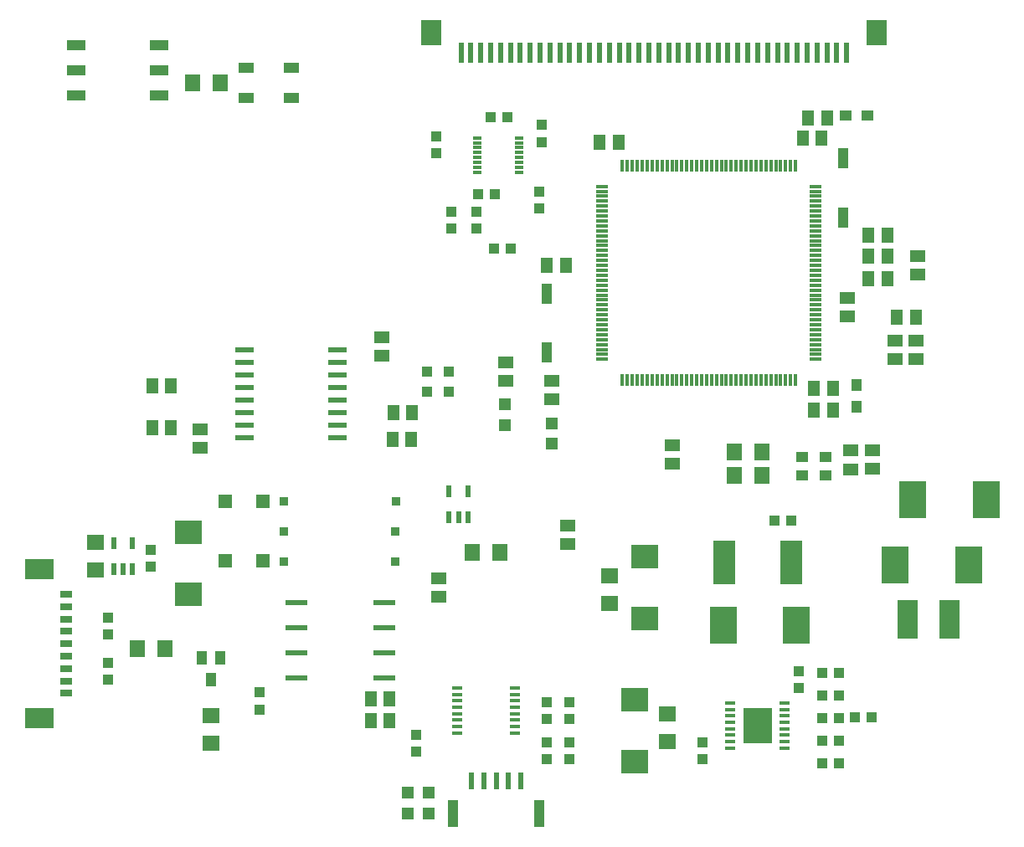
<source format=gtp>
G75*
%MOIN*%
%OFA0B0*%
%FSLAX25Y25*%
%IPPOS*%
%LPD*%
%AMOC8*
5,1,8,0,0,1.08239X$1,22.5*
%
%ADD10R,0.05906X0.05118*%
%ADD11R,0.11024X0.09449*%
%ADD12R,0.03937X0.04331*%
%ADD13R,0.06299X0.07087*%
%ADD14R,0.07087X0.06299*%
%ADD15R,0.04331X0.03937*%
%ADD16R,0.05512X0.05512*%
%ADD17R,0.11024X0.14961*%
%ADD18R,0.07874X0.15354*%
%ADD19R,0.08661X0.02362*%
%ADD20R,0.04134X0.01772*%
%ADD21R,0.11575X0.14094*%
%ADD22R,0.03900X0.01200*%
%ADD23R,0.08858X0.17717*%
%ADD24R,0.05906X0.03937*%
%ADD25R,0.07500X0.04000*%
%ADD26R,0.02165X0.04724*%
%ADD27R,0.03543X0.03543*%
%ADD28R,0.03937X0.05512*%
%ADD29R,0.03500X0.01201*%
%ADD30R,0.05118X0.03150*%
%ADD31R,0.11811X0.08268*%
%ADD32R,0.02362X0.06693*%
%ADD33R,0.03937X0.10630*%
%ADD34R,0.05118X0.04134*%
%ADD35R,0.01181X0.04724*%
%ADD36R,0.04724X0.01181*%
%ADD37R,0.04724X0.04724*%
%ADD38R,0.05118X0.05906*%
%ADD39R,0.04724X0.03937*%
%ADD40R,0.03937X0.04724*%
%ADD41R,0.03937X0.07874*%
%ADD42R,0.03937X0.03937*%
%ADD43R,0.07800X0.02200*%
%ADD44R,0.02362X0.07874*%
%ADD45R,0.07874X0.09843*%
D10*
X0073800Y0157510D03*
X0073800Y0164990D03*
X0146300Y0194260D03*
X0146300Y0201740D03*
X0195550Y0191740D03*
X0195550Y0184260D03*
X0213800Y0184240D03*
X0213800Y0176760D03*
X0261800Y0158740D03*
X0261800Y0151260D03*
X0220300Y0126740D03*
X0220300Y0119260D03*
X0168800Y0105740D03*
X0168800Y0098260D03*
X0332800Y0149010D03*
X0332800Y0156490D03*
X0341550Y0156740D03*
X0341550Y0149260D03*
X0350550Y0192760D03*
X0350550Y0200240D03*
X0359050Y0200240D03*
X0359050Y0192760D03*
X0331550Y0209760D03*
X0331550Y0217240D03*
X0359550Y0226510D03*
X0359550Y0233990D03*
D11*
X0250800Y0114402D03*
X0250800Y0089598D03*
X0246800Y0057402D03*
X0246800Y0032598D03*
X0069300Y0099098D03*
X0069300Y0123902D03*
D12*
X0054300Y0116846D03*
X0054300Y0110154D03*
X0097550Y0060096D03*
X0097550Y0053404D03*
X0159800Y0043346D03*
X0159800Y0036654D03*
X0211800Y0033654D03*
X0211800Y0040346D03*
X0220800Y0040346D03*
X0220800Y0033654D03*
X0220800Y0049654D03*
X0220800Y0056346D03*
X0211800Y0056346D03*
X0211800Y0049654D03*
X0273800Y0040346D03*
X0273800Y0033654D03*
X0312300Y0061904D03*
X0312300Y0068596D03*
X0321454Y0068000D03*
X0328146Y0068000D03*
X0328146Y0059000D03*
X0321454Y0059000D03*
X0334454Y0050250D03*
X0341146Y0050250D03*
X0197646Y0236750D03*
X0190954Y0236750D03*
X0208800Y0252904D03*
X0208800Y0259596D03*
X0191146Y0258500D03*
X0184454Y0258500D03*
X0189454Y0289250D03*
X0196146Y0289250D03*
X0209800Y0286096D03*
X0209800Y0279404D03*
D13*
X0286538Y0155750D03*
X0297562Y0155750D03*
X0297562Y0146500D03*
X0286538Y0146500D03*
X0193312Y0116000D03*
X0182288Y0116000D03*
X0059812Y0077500D03*
X0048788Y0077500D03*
X0070788Y0303000D03*
X0081812Y0303000D03*
D14*
X0032300Y0120012D03*
X0032300Y0108988D03*
X0078300Y0051012D03*
X0078300Y0039988D03*
X0236800Y0095488D03*
X0236800Y0106512D03*
X0259800Y0051512D03*
X0259800Y0040488D03*
D15*
X0321454Y0041000D03*
X0328146Y0041000D03*
X0328146Y0032000D03*
X0321454Y0032000D03*
X0321454Y0050000D03*
X0328146Y0050000D03*
X0309146Y0128500D03*
X0302454Y0128500D03*
X0183800Y0244904D03*
X0183800Y0251596D03*
X0173800Y0251596D03*
X0173800Y0244904D03*
X0167800Y0274904D03*
X0167800Y0281596D03*
X0037300Y0089846D03*
X0037300Y0083154D03*
X0037300Y0071846D03*
X0037300Y0065154D03*
D16*
X0083820Y0112500D03*
X0098780Y0112500D03*
X0099030Y0136250D03*
X0084070Y0136250D03*
D17*
X0282233Y0087000D03*
X0311367Y0087000D03*
X0350733Y0111000D03*
X0357733Y0136750D03*
X0386867Y0136750D03*
X0379867Y0111000D03*
D18*
X0372282Y0089132D03*
X0355550Y0089132D03*
D19*
X0147300Y0086000D03*
X0147300Y0076000D03*
X0147300Y0066000D03*
X0147300Y0096000D03*
X0112300Y0096000D03*
X0112300Y0086000D03*
X0112300Y0076000D03*
X0112300Y0066000D03*
D20*
X0284903Y0055957D03*
X0284903Y0053398D03*
X0284903Y0050839D03*
X0284903Y0048280D03*
X0284903Y0045720D03*
X0284903Y0043161D03*
X0284903Y0040602D03*
X0284903Y0038043D03*
X0306697Y0038043D03*
X0306697Y0040602D03*
X0306697Y0043161D03*
X0306697Y0045720D03*
X0306697Y0048280D03*
X0306697Y0050839D03*
X0306697Y0053398D03*
X0306697Y0055957D03*
D21*
X0295800Y0047000D03*
D22*
X0199287Y0046602D03*
X0199287Y0044043D03*
X0199287Y0049161D03*
X0199287Y0051720D03*
X0199287Y0054280D03*
X0199287Y0056839D03*
X0199287Y0059398D03*
X0199287Y0061957D03*
X0176313Y0061957D03*
X0176313Y0059398D03*
X0176313Y0056839D03*
X0176313Y0054280D03*
X0176313Y0051720D03*
X0176313Y0049161D03*
X0176313Y0046602D03*
X0176313Y0044043D03*
D23*
X0282481Y0112000D03*
X0309119Y0112000D03*
D24*
X0110300Y0296750D03*
X0110300Y0308750D03*
X0092300Y0308750D03*
X0092300Y0296750D03*
D25*
X0057550Y0298000D03*
X0057550Y0308000D03*
X0057550Y0318000D03*
X0024550Y0318000D03*
X0024550Y0308000D03*
X0024550Y0298000D03*
D26*
X0173060Y0140118D03*
X0180540Y0140118D03*
X0180540Y0129882D03*
X0176800Y0129882D03*
X0173060Y0129882D03*
X0047040Y0119618D03*
X0039560Y0119618D03*
X0039560Y0109382D03*
X0043300Y0109382D03*
X0047040Y0109382D03*
D27*
X0107267Y0112400D03*
X0107267Y0124250D03*
X0107306Y0136179D03*
X0151794Y0136179D03*
X0151755Y0124250D03*
X0151755Y0112321D03*
D28*
X0082040Y0073831D03*
X0074560Y0073831D03*
X0078300Y0065169D03*
D29*
X0184265Y0267250D03*
X0184265Y0269219D03*
X0184265Y0271187D03*
X0184265Y0273156D03*
X0184265Y0275124D03*
X0184265Y0277093D03*
X0184265Y0279061D03*
X0184265Y0281030D03*
X0200800Y0281030D03*
X0200800Y0279061D03*
X0200800Y0277093D03*
X0200800Y0275124D03*
X0200800Y0273156D03*
X0200800Y0271187D03*
X0200800Y0269219D03*
X0200800Y0267250D03*
D30*
X0020721Y0099185D03*
X0020721Y0094264D03*
X0020721Y0089343D03*
X0020721Y0084421D03*
X0020721Y0079500D03*
X0020721Y0074579D03*
X0020721Y0069657D03*
X0020721Y0064736D03*
X0020721Y0059815D03*
D31*
X0009894Y0049776D03*
X0009894Y0109224D03*
D32*
X0181957Y0024913D03*
X0186879Y0024913D03*
X0191800Y0024913D03*
X0196721Y0024913D03*
X0201643Y0024913D03*
D33*
X0208926Y0011921D03*
X0174674Y0011921D03*
D34*
X0313772Y0146608D03*
X0313772Y0153892D03*
X0322828Y0153892D03*
X0322828Y0146608D03*
D35*
X0310999Y0184730D03*
X0309030Y0184730D03*
X0307062Y0184730D03*
X0305093Y0184730D03*
X0303125Y0184730D03*
X0301156Y0184730D03*
X0299188Y0184730D03*
X0297219Y0184730D03*
X0295251Y0184730D03*
X0293282Y0184730D03*
X0291314Y0184730D03*
X0289345Y0184730D03*
X0287377Y0184730D03*
X0285408Y0184730D03*
X0283440Y0184730D03*
X0281471Y0184730D03*
X0279503Y0184730D03*
X0277534Y0184730D03*
X0275566Y0184730D03*
X0273597Y0184730D03*
X0271629Y0184730D03*
X0269660Y0184730D03*
X0267692Y0184730D03*
X0265723Y0184730D03*
X0263755Y0184730D03*
X0261786Y0184730D03*
X0259818Y0184730D03*
X0257849Y0184730D03*
X0255881Y0184730D03*
X0253912Y0184730D03*
X0251944Y0184730D03*
X0249975Y0184730D03*
X0248007Y0184730D03*
X0246038Y0184730D03*
X0244070Y0184730D03*
X0242101Y0184730D03*
X0242101Y0269770D03*
X0244070Y0269770D03*
X0246038Y0269770D03*
X0248007Y0269770D03*
X0249975Y0269770D03*
X0251944Y0269770D03*
X0253912Y0269770D03*
X0255881Y0269770D03*
X0257849Y0269770D03*
X0259818Y0269770D03*
X0261786Y0269770D03*
X0263755Y0269770D03*
X0265723Y0269770D03*
X0267692Y0269770D03*
X0269660Y0269770D03*
X0271629Y0269770D03*
X0273597Y0269770D03*
X0275566Y0269770D03*
X0277534Y0269770D03*
X0279503Y0269770D03*
X0281471Y0269770D03*
X0283440Y0269770D03*
X0285408Y0269770D03*
X0287377Y0269770D03*
X0289345Y0269770D03*
X0291314Y0269770D03*
X0293282Y0269770D03*
X0295251Y0269770D03*
X0297219Y0269770D03*
X0299188Y0269770D03*
X0301156Y0269770D03*
X0303125Y0269770D03*
X0305093Y0269770D03*
X0307062Y0269770D03*
X0309030Y0269770D03*
X0310999Y0269770D03*
D36*
X0319070Y0261699D03*
X0319070Y0259730D03*
X0319070Y0257762D03*
X0319070Y0255793D03*
X0319070Y0253825D03*
X0319070Y0251856D03*
X0319070Y0249888D03*
X0319070Y0247919D03*
X0319070Y0245951D03*
X0319070Y0243982D03*
X0319070Y0242014D03*
X0319070Y0240045D03*
X0319070Y0238077D03*
X0319070Y0236108D03*
X0319070Y0234140D03*
X0319070Y0232171D03*
X0319070Y0230203D03*
X0319070Y0228234D03*
X0319070Y0226266D03*
X0319070Y0224297D03*
X0319070Y0222329D03*
X0319070Y0220360D03*
X0319070Y0218392D03*
X0319070Y0216423D03*
X0319070Y0214455D03*
X0319070Y0212486D03*
X0319070Y0210518D03*
X0319070Y0208549D03*
X0319070Y0206581D03*
X0319070Y0204612D03*
X0319070Y0202644D03*
X0319070Y0200675D03*
X0319070Y0198707D03*
X0319070Y0196738D03*
X0319070Y0194770D03*
X0319070Y0192801D03*
X0234030Y0192801D03*
X0234030Y0194770D03*
X0234030Y0196738D03*
X0234030Y0198707D03*
X0234030Y0200675D03*
X0234030Y0202644D03*
X0234030Y0204612D03*
X0234030Y0206581D03*
X0234030Y0208549D03*
X0234030Y0210518D03*
X0234030Y0212486D03*
X0234030Y0214455D03*
X0234030Y0216423D03*
X0234030Y0218392D03*
X0234030Y0220360D03*
X0234030Y0222329D03*
X0234030Y0224297D03*
X0234030Y0226266D03*
X0234030Y0228234D03*
X0234030Y0230203D03*
X0234030Y0232171D03*
X0234030Y0234140D03*
X0234030Y0236108D03*
X0234030Y0238077D03*
X0234030Y0240045D03*
X0234030Y0242014D03*
X0234030Y0243982D03*
X0234030Y0245951D03*
X0234030Y0247919D03*
X0234030Y0249888D03*
X0234030Y0251856D03*
X0234030Y0253825D03*
X0234030Y0255793D03*
X0234030Y0257762D03*
X0234030Y0259730D03*
X0234030Y0261699D03*
D37*
X0195300Y0174884D03*
X0195300Y0166616D03*
X0213800Y0167384D03*
X0213800Y0159116D03*
X0164800Y0020134D03*
X0156550Y0020134D03*
X0156550Y0011866D03*
X0164800Y0011866D03*
D38*
X0149290Y0049000D03*
X0141810Y0049000D03*
X0141810Y0057500D03*
X0149290Y0057500D03*
X0150560Y0161000D03*
X0158040Y0161000D03*
X0158290Y0171500D03*
X0150810Y0171500D03*
X0212060Y0230250D03*
X0219540Y0230250D03*
X0233060Y0279250D03*
X0240540Y0279250D03*
X0313810Y0280750D03*
X0321290Y0280750D03*
X0323540Y0288750D03*
X0316060Y0288750D03*
X0340060Y0242250D03*
X0347540Y0242250D03*
X0347540Y0233750D03*
X0340060Y0233750D03*
X0340060Y0225000D03*
X0347540Y0225000D03*
X0351310Y0209500D03*
X0358790Y0209500D03*
X0325790Y0181250D03*
X0318310Y0181250D03*
X0318310Y0172500D03*
X0325790Y0172500D03*
X0062290Y0165500D03*
X0054810Y0165500D03*
X0054810Y0182250D03*
X0062290Y0182250D03*
D39*
X0330969Y0290000D03*
X0339631Y0290000D03*
D40*
X0335300Y0182581D03*
X0335300Y0173919D03*
D41*
X0329800Y0249189D03*
X0329800Y0272811D03*
X0211800Y0219061D03*
X0211800Y0195439D03*
D42*
X0173050Y0187937D03*
X0173050Y0180063D03*
X0164300Y0180063D03*
X0164300Y0187937D03*
D43*
X0128550Y0186500D03*
X0128550Y0181500D03*
X0128550Y0176500D03*
X0128550Y0171500D03*
X0128550Y0166500D03*
X0128550Y0161500D03*
X0128550Y0191500D03*
X0128550Y0196500D03*
X0091550Y0196500D03*
X0091550Y0191500D03*
X0091550Y0186500D03*
X0091550Y0181500D03*
X0091550Y0176500D03*
X0091550Y0171500D03*
X0091550Y0166500D03*
X0091550Y0161500D03*
D44*
X0177800Y0315000D03*
X0181737Y0315000D03*
X0185674Y0315000D03*
X0189611Y0315000D03*
X0193548Y0315000D03*
X0197485Y0315000D03*
X0201422Y0315000D03*
X0205359Y0315000D03*
X0209296Y0315000D03*
X0213233Y0315000D03*
X0217170Y0315000D03*
X0221107Y0315000D03*
X0225044Y0315000D03*
X0228981Y0315000D03*
X0232918Y0315000D03*
X0236855Y0315000D03*
X0240792Y0315000D03*
X0244729Y0315000D03*
X0248666Y0315000D03*
X0252603Y0315000D03*
X0256540Y0315000D03*
X0260477Y0315000D03*
X0264414Y0315000D03*
X0268351Y0315000D03*
X0272288Y0315000D03*
X0276225Y0315000D03*
X0280162Y0315000D03*
X0284099Y0315000D03*
X0288036Y0315000D03*
X0291973Y0315000D03*
X0295910Y0315000D03*
X0299847Y0315000D03*
X0303784Y0315000D03*
X0307721Y0315000D03*
X0311658Y0315000D03*
X0315595Y0315000D03*
X0319532Y0315000D03*
X0323469Y0315000D03*
X0327406Y0315000D03*
X0331343Y0315000D03*
D45*
X0343154Y0322874D03*
X0165989Y0322874D03*
M02*

</source>
